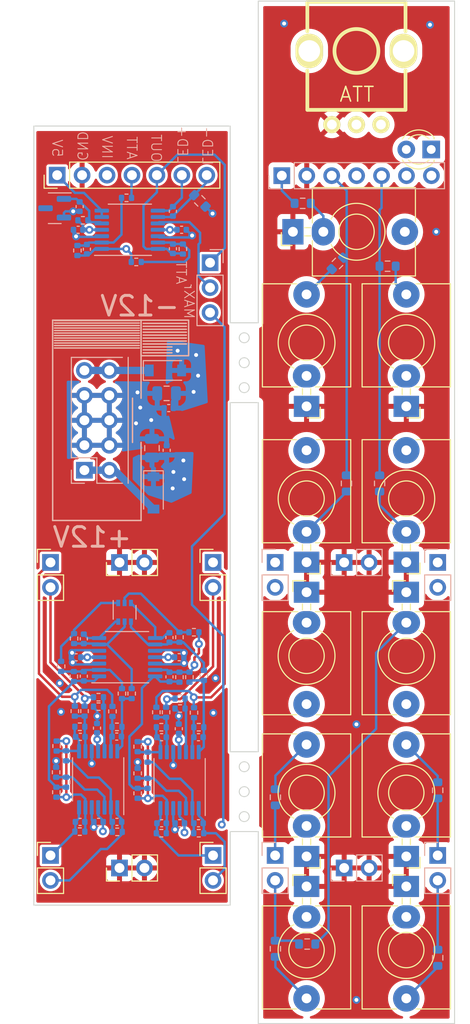
<source format=kicad_pcb>
(kicad_pcb (version 20211014) (generator pcbnew)
  (layers (0 "F.Cu" signal) (1 "In1.Cu" signal) (2 "In2.Cu" signal) (31 "B.Cu" signal) (34 "B.Paste" user) (35 "F.Paste" user) (36 "B.SilkS" user "B.Silkscreen") (37 "F.SilkS" user "F.Silkscreen") (38 "B.Mask" user) (39 "F.Mask" user) (44 "Edge.Cuts" user))
  (net 0 "")
  (net 1 "Net-(C3001-Pad1)")
  (net 2 "Net-(C3001-Pad2)")
  (net 3 "Net-(C3002-Pad1)")
  (net 4 "Net-(C3003-Pad1)")
  (net 5 "Net-(C3003-Pad2)")
  (net 6 "Net-(C3004-Pad1)")
  (net 7 "Net-(C3005-Pad1)")
  (net 8 "Net-(C3005-Pad2)")
  (net 9 "Net-(C3006-Pad1)")
  (net 10 "Net-(C3006-Pad2)")
  (net 11 "+12V")
  (net 12 "GNDREF")
  (net 13 "-12V")
  (net 14 "Net-(D3001-Pad2)")
  (net 15 "Net-(D3002-Pad2)")
  (net 16 "Net-(D3003-Pad1)")
  (net 17 "Net-(J3002-PadT)")
  (net 19 "Net-(J3003-PadT)")
  (net 22 "Net-(R3018-Pad1)")
  (net 23 "Net-(R3019-Pad2)")
  (net 24 "Net-(C3013-Pad2)")
  (net 27 "/OUT1leftPCB")
  (net 28 "/OUT2leftPCB")
  (net 29 "/IN1leftPanel")
  (net 30 "/IN2leftPanel")
  (net 31 "/IN1leftPCB")
  (net 32 "/IN2leftPCB")
  (net 33 "/OUT1leftPanel")
  (net 34 "/OUT2leftPanel")
  (net 35 "Net-(J3006-PadT)")
  (net 36 "Net-(J3007-PadT)")
  (net 37 "Net-(J3008-PadT)")
  (net 38 "Net-(J3018-Pad4)")
  (net 39 "Net-(C3016-Pad1)")
  (net 40 "Net-(C3016-Pad2)")
  (net 41 "Net-(C3017-Pad1)")
  (net 42 "/OUT1rightPCB")
  (net 43 "Net-(C3018-Pad1)")
  (net 44 "Net-(C3018-Pad2)")
  (net 45 "Net-(C3019-Pad1)")
  (net 46 "/OUT2rightPCB")
  (net 47 "Net-(C3020-Pad1)")
  (net 48 "Net-(C3020-Pad2)")
  (net 49 "Net-(D3001-Pad1)")
  (net 50 "/IN1rightPanel")
  (net 51 "Net-(J3020-PadT)")
  (net 53 "/IN2rightPanel")
  (net 54 "/IN1rightPCB")
  (net 55 "/IN2rightPCB")
  (net 56 "/OUT1rightPanel")
  (net 57 "/OUT2rightPanel")
  (net 58 "Net-(J3025-PadT)")
  (net 60 "Net-(R3041-Pad1)")
  (net 61 "Net-(R3042-Pad2)")
  (net 62 "Net-(C3021-Pad1)")
  (net 63 "Net-(C3021-Pad2)")
  (net 64 "Net-(J3006-PadTN)")
  (net 65 "/5V")
  (net 66 "/LED_K_RIGHT")
  (net 67 "/LED_A_RIGHT")
  (net 68 "/INV")
  (net 69 "/ATT_IN")
  (net 70 "/OUT")
  (net 71 "Net-(J3018-Pad3)")
  (net 72 "Net-(D3004-Pad1)")
  (net 73 "Net-(D3004-Pad2)")
  (net 74 "Net-(J3018-Pad1)")
  (net 75 "Net-(J3018-Pad5)")
  (net 76 "Net-(C3028-Pad1)")
  (net 77 "Net-(C3027-Pad1)")
  (net 78 "Net-(J3026-PadTN)")
  (net 79 "Net-(J3001-PadTN)")
  (net 80 "Net-(J3019-PadTN)")
  (net 81 "Net-(J3027-Pad2)")
  (footprint "__mysynthparts:Jack_3.5mm_QingPu_WQP-PJ398SM_Vertical_CircularHolesSMALL" (layer "F.Cu") (at 95.25 69.095)
    (fp_text reference "J3026" hide)
    (fp_text value "IN2")
  )
  (footprint "__mysynthparts:Jack_3.5mm_QingPu_WQP-PJ398SM_Vertical_CircularHolesSMALL" (layer "F.Cu") (at 95.25 50.165 180)
    (fp_text reference "J3007" hide)
    (fp_text value "OUT")
  )
  (footprint "__mysynthparts:Jack_3.5mm_QingPu_WQP-PJ398SM_Vertical_CircularHolesSMALL" (layer "F.Cu") (at 83.7 32.385 90)
    (fp_text reference "J3006" hide)
    (fp_text value "IN")
  )
  (footprint "Connector_PinHeader_2.54mm:PinHeader_1x07_P2.54mm_Vertical" (layer "F.Cu") (at 59.685 26.62 90)
    (fp_text reference "J3017" hide)
    (fp_text value "AttPCVB")
  )
  (footprint "__mysynthparts:Jack_3.5mm_QingPu_WQP-PJ398SM_Vertical_CircularHolesSMALL" (layer "F.Cu") (at 95.25 96.005 180)
    (fp_text reference "J3020" hide)
    (fp_text value "MAX")
  )
  (footprint "Connector_PinHeader_2.54mm:PinHeader_1x02_P2.54mm_Vertical" (layer "F.Cu") (at 75.565 66.06)
    (fp_text reference "J3022" hide)
    (fp_text value "INright")
  )
  (footprint "Connector_PinHeader_2.54mm:PinHeader_1x02_P2.54mm_Vertical" (layer "F.Cu") (at 59.005 66.06)
    (fp_text reference "J3009" hide)
    (fp_text value "INleft")
  )
  (footprint "LED_THT:LED_D3.0mm" (layer "F.Cu") (at 97.79 24.003 180)
    (fp_text reference "D3004" hide)
    (fp_text value "RIGHT")
  )
  (footprint "__mysynthparts:Jack_3.5mm_QingPu_WQP-PJ398SM_Vertical_CircularHolesSMALL" (layer "F.Cu") (at 95.25 99.06)
    (fp_text reference "J3025" hide)
    (fp_text value "MIN")
  )
  (footprint "Connector_PinHeader_2.54mm:PinHeader_1x02_P2.54mm_Vertical" (layer "F.Cu") (at 66.035 97.18 90)
    (fp_text reference "J3016" hide)
    (fp_text value "GND2PCB")
  )
  (footprint "__mysynthparts:Jack_3.5mm_QingPu_WQP-PJ398SM_Vertical_CircularHolesSMALL" (layer "F.Cu") (at 85.09 50.165 180)
    (fp_text reference "J3008" hide)
    (fp_text value "INV")
  )
  (footprint "__mysynthparts:Jack_3.5mm_QingPu_WQP-PJ398SM_Vertical_CircularHolesSMALL" (layer "F.Cu") (at 85.09 66.04 180)
    (fp_text reference "J3001" hide)
    (fp_text value "IN1")
  )
  (footprint "Connector_PinHeader_2.54mm:PinHeader_1x02_P2.54mm_Vertical" (layer "F.Cu") (at 75.565 95.905)
    (fp_text reference "J3024" hide)
    (fp_text value "OUTright")
  )
  (footprint "__mysynthparts:Jack_3.5mm_QingPu_WQP-PJ398SM_Vertical_CircularHolesSMALL" (layer "F.Cu") (at 85.09 99.06)
    (fp_text reference "J3003" hide)
    (fp_text value "MIN")
  )
  (footprint "__mysynthparts:Jack_3.5mm_QingPu_WQP-PJ398SM_Vertical_CircularHolesSMALL" (layer "F.Cu") (at 85.09 96.005 180)
    (fp_text reference "J3002" hide)
    (fp_text value "MAX")
  )
  (footprint "__mysynthparts:Jack_3.5mm_QingPu_WQP-PJ398SM_Vertical_CircularHolesSMALL" (layer "F.Cu") (at 95.25 66.04 180)
    (fp_text reference "J3019" hide)
    (fp_text value "IN1")
  )
  (footprint "__mysynthparts:RD901F-ALPHA-POT" (layer "F.Cu") (at 90.17 13.97)
    (fp_text reference "RV3001" hide)
    (fp_text value "ATT")
  )
  (footprint "Connector_PinHeader_2.54mm:PinHeader_1x02_P2.54mm_Vertical" (layer "F.Cu") (at 66.035 66.065 90)
    (fp_text reference "J3013" hide)
    (fp_text value "GND1PCB")
  )
  (footprint "Connector_PinHeader_2.54mm:PinHeader_1x02_P2.54mm_Vertical" (layer "F.Cu") (at 59.005 95.905)
    (fp_text reference "J3011" hide)
    (fp_text value "OUTleft")
  )
  (footprint "__mysynthparts:Jack_3.5mm_QingPu_WQP-PJ398SM_Vertical_CircularHolesSMALL" (layer "F.Cu") (at 85.09 69.095)
    (fp_text reference "J3004" hide)
    (fp_text value "IN2")
  )
  (footprint "Resistor_SMD:R_0402_1005Metric" (layer "B.Cu") (at 68.8998 85.8924 -90)
    (fp_text reference "R3015" hide)
    (fp_text value "50k")
  )
  (footprint "Capacitor_SMD:C_0402_1005Metric" (layer "B.Cu") (at 72.362 32.1818 180)
    (fp_text reference "C3025" hide)
    (fp_text value "100n")
  )
  (footprint "Resistor_SMD:R_0402_1005Metric" (layer "B.Cu") (at 61.3814 77.679585 90)
    (fp_text reference "R3035" hide)
    (fp_text value "100k")
  )
  (footprint "Resistor_SMD:R_0402_1005Metric" (layer "B.Cu") (at 67.8838 89.5734 -90)
    (fp_text reference "R3006" hide)
    (fp_text value "50k")
  )
  (footprint "Resistor_SMD:R_0603_1608Metric" (layer "B.Cu") (at 88.238763 35.611637 -135)
    (fp_text reference "R3022" hide)
    (fp_text value "1k")
  )
  (footprint "Connector_PinSocket_2.54mm:PinSocket_1x02_P2.54mm_Vertical" (layer "B.Cu") (at 98.45 95.905 180)
    (fp_text reference "J3023" hide)
    (fp_text value "OUTright")
  )
  (footprint "Resistor_SMD:R_0402_1005Metric" (layer "B.Cu") (at 61.7474 34.292 90)
    (fp_text reference "R3047" hide)
    (fp_text value "100k")
  )
  (footprint "Capacitor_SMD:C_0805_2012Metric" (layer "B.Cu") (at 70.8304 48.8442)
    (fp_text reference "C3014" hide)
    (fp_text value "10uF")
  )
  (footprint "Connector_PinSocket_2.54mm:PinSocket_1x02_P2.54mm_Vertical" (layer "B.Cu") (at 81.89 95.905 180)
    (fp_text reference "J3012" hide)
    (fp_text value "OUTleft")
  )
  (footprint "Capacitor_SMD:C_0402_1005Metric" (layer "B.Cu") (at 62.3974 77.649585 -90)
    (fp_text reference "C3021" hide)
    (fp_text value "22pF")
  )
  (footprint "Capacitor_SMD:C_0402_1005Metric" (layer "B.Cu") (at 61.6126 75.721785 180)
    (fp_text reference "C3008" hide)
    (fp_text value "100n")
  )
  (footprint "Capacitor_SMD:C_0805_2012Metric" (layer "B.Cu") (at 69.342 54.422 90)
    (fp_text reference "C3012" hide)
    (fp_text value "10uF")
  )
  (footprint "Capacitor_SMD:C_0402_1005Metric" (layer "B.Cu") (at 63.7436 82.937985 -90)
    (fp_text reference "C3023" hide)
    (fp_text value "100n")
  )
  (footprint "Resistor_SMD:R_0402_1005Metric" (layer "B.Cu") (at 65.803 93.501785)
    (fp_text reference "R3036" hide)
    (fp_text value "50k")
  )
  (footprint "Resistor_SMD:R_0402_1005Metric" (layer "B.Cu") (at 72.4916 34.1396 -90)
    (fp_text reference "R3048" hide)
    (fp_text value "50k")
  )
  (footprint "Package_SO:TSSOP-14_4.4x5mm_P0.65mm" (layer "B.Cu") (at 63.8602 88.150085 90)
    (fp_text reference "U3003" hide)
    (fp_text value "TL074")
  )
  (footprint "Resistor_SMD:R_0402_1005Metric" (layer "B.Cu") (at 65.7736 82.808385)
    (fp_text reference "R3033" hide)
    (fp_text value "50k")
  )
  (footprint "Resistor_SMD:R_0402_1005Metric" (layer "B.Cu") (at 67.2742 79.418 -90)
    (fp_text reference "R3039" hide)
    (fp_text value "100k")
  )
  (footprint "Resistor_SMD:R_0402_1005Metric" (layer "B.Cu") (at 59.6034 89.461185 -90)
    (fp_text reference "R3029" hide)
    (fp_text value "50k")
  )
  (footprint "Capacitor_SMD:C_0402_1005Metric" (layer "B.Cu") (at 71.0464 50.3428)
    (fp_text reference "C3015" hide)
    (fp_text value "100n")
  )
  (footprint "Capacitor_SMD:C_0402_1005Metric" (layer "B.Cu") (at 65.7756 92.485785)
    (fp_text reference "C3019" hide)
    (fp_text value "22pF")
  )
  (footprint "Capacitor_SMD:C_0402_1005Metric" (layer "B.Cu") (at 71.1258 73.708585 90)
    (fp_text reference "C3005" hide)
    (fp_text value "22pF")
  )
  (footprint "Resistor_SMD:R_0402_1005Metric" (layer "B.Cu") (at 67.8838 84.8236 90)
    (fp_text reference "R3005" hide)
    (fp_text value "50k")
  )
  (footprint "Resistor_SMD:R_0402_1005Metric" (layer "B.Cu") (at 62.3042 31.2166)
    (fp_text reference "R3052" hide)
    (fp_text value "50k")
  )
  (footprint "Resistor_SMD:R_0402_1005Metric" (layer "B.Cu") (at 61.483 81.206185 90)
    (fp_text reference "R3025" hide)
    (fp_text value "100k")
  )
  (footprint "Resistor_SMD:R_0402_1005Metric" (layer "B.Cu") (at 65.3184 81.233585 90)
    (fp_text reference "R3037" hide)
    (fp_text value "100k")
  )
  (footprint "Resistor_SMD:R_0402_1005Metric" (layer "B.Cu") (at 72.2018 80.9394)
    (fp_text reference "R3020" hide)
    (fp_text value "50k")
  )
  (footprint "Resistor_SMD:R_0603_1608Metric" (layer "B.Cu") (at 85.153 104.9274 180)
    (fp_text reference "R3051" hide)
    (fp_text value "1k")
  )
  (footprint "Package_TO_SOT_SMD:SOT-363_SC-70-6" (layer "B.Cu") (at 66.5538 71.140585 -90)
    (fp_text reference "D3001" hide)
    (fp_text value "BAT54BRW")
  )
  (footprint "Capacitor_SMD:C_0402_1005Metric" (layer "B.Cu") (at 70.3248 92.6234 180)
    (fp_text reference "C3002" hide)
    (fp_text value "22pF")
  )
  (footprint "Connector_PinSocket_2.54mm:PinSocket_1x07_P2.54mm_Vertical" (layer "B.Cu") (at 82.57 26.67 -90)
    (fp_text reference "J3018" hide)
    (fp_text value "AttPanel")
  )
  (footprint "Resistor_SMD:R_0402_1005Metric" (layer "B.Cu") (at 70.7794 81.3204 90)
    (fp_text reference "R3004" hide)
    (fp_text value "100k")
  )
  (footprint "Resistor_SMD:R_0603_1608Metric" (layer "B.Cu") (at 81.915 105.41 90)
    (fp_text reference "R3017" hide)
    (fp_text value "1k")
  )
  (footprint "Resistor_SMD:R_0603_1608Metric" (layer "B.Cu") (at 93.345 35.8902 180)
    (fp_text reference "R3023" hide)
    (fp_text value "1k")
  )
  (footprint "Resistor_SMD:R_0402_1005Metric" (layer "B.Cu") (at 61.993 82.7962 180)
    (fp_text reference "R3024" hide)
    (fp_text value "50k")
  )
  (footprint "Capacitor_SMD:C_0402_1005Metric" (layer "B.Cu") (at 72.0748 82.9994 -90)
    (fp_text reference "C3009" hide)
    (fp_text value "100n")
  )
  (footprint "Resistor_SMD:R_0402_1005Metric" (layer "B.Cu") (at 72.1418 77.746585 90)
    (fp_text reference "R3012" hide)
    (fp_text value "100k")
  )
  (footprint "Resistor_SMD:R_0603_1608Metric" (layer "B.Cu") (at 74.217963 29.234563 -45)
    (fp_text reference "R3046" hide)
    (fp_text value "4k7")
  )
  (footprint "Capacitor_SMD:C_0402_1005Metric" (layer "B.Cu") (at 65.7528 83.798985)
    (fp_text reference "C3018" hide)
    (fp_text value "22pF")
  )
  (footprint "Resistor_SMD:R_0603_1608Metric" (layer "B.Cu") (at 84.6958 29.4894)
    (fp_text reference "R3045" hide)
    (fp_text value "1k")
  )
  (footprint "Resistor_SMD:R_0402_1005Metric" (layer "B.Cu") (at 61.991 93.476385 180)
    (fp_text reference "R3026" hide)
    (fp_text value "50k")
  )
  (footprint "Capacitor_SMD:C_0402_1005Metric" (layer "B.Cu") (at 62.019 92.485785 180)
    (fp_text reference "C3017" hide)
    (fp_text value "22pF")
  )
  (footprint "Diode_SMD:D_SOD-123" (layer "B.Cu") (at 69.4944 58.9788 -90)
    (fp_text reference "D3002" hide)
    (fp_text value "5819W")
  )
  (footprint "Resistor_SMD:R_0402_1005Metric" (layer "B.Cu") (at 60.594 88.445185 90)
    (fp_text reference "R3042" hide)
    (fp_text value "50k")
  )
  (footprint "Resistor_SMD:R_0402_1005Metric" (layer "B.Cu") (at 67.7418 35.4584)
    (fp_text reference "R3050" hide)
    (fp_text value "50k")
  )
  (footprint "Package_SO:TSSOP-14_4.4x5mm_P0.65mm" (layer "B.Cu") (at 72.1568 88.2369 90)
    (fp_text reference "U3001" hide)
    (fp_text value "TL074")
  )
  (footprint "Package_SO:TSSOP-14_4.4x5mm_P0.65mm" (layer "B.Cu") (at 66.8078 75.712585)
    (fp_text reference "U3002" hide)
    (fp_text value "TL074")
  )
  (footprint "Connector_PinHeader_2.54mm:PinHeader_1x03_P2.54mm_Vertical" (layer "B.Cu") (at 75.2602 35.5346 180)
    (fp_text reference "J3027" hide)
    (fp_text value "LED OUT MAX right")
  )
  (footprint "Capacitor_SMD:C_0402_1005Metric" (layer "B.Cu") (at 74.0788 92.6234)
    (fp_text reference "C3004" hide)
    (fp_text value "22pF")
  )
  (footprint "Resistor_SMD:R_0402_1005Metric" (layer "B.Cu") (at 73.615585 73.17117)
    (fp_text reference "R3011" hide)
    (fp_text value "50k")
  )
  (footprint "Resistor_SMD:R_0402_1005Metric" (layer "B.Cu") (at 60.086 76.6494 -90)
    (fp_text reference "R3034" hide)
    (fp_text value "50k")
  )
  (footprint "Capacitor_SMD:C_0402_1005Metric" (layer "B.Cu") (at 61.8262 32.1818 180)
    (fp_text reference "C3024" hide)
    (fp_text value "100n")
  )
  (footprint "Capacitor_SMD:C_0402_1005Metric" (layer "B.Cu") (at 72.1138 75.712585 180)
    (fp_text reference "C3010" hide)
    (fp_text value "100n")
  )
  (footprint "Connector_PinSocket_2.54mm:PinSocket_1x02_P2.54mm_Vertical" (layer "B.Cu") (at 88.92 97.18 -90)
    (fp_text reference "J3015" hide)
    (fp_text value "GND2PANEL")
  )
  (footprint "Capacitor_SMD:C_0402_1005Metric" (layer "B.Cu") (at 74.0788 83.8604)
    (fp_text reference "C3003" hide)
    (fp_text value "22pF")
  )
  (footprint "Resistor_SMD:R_0402_1005Metric" (layer "B.Cu") (at 70.2948 93.6394 180)
    (fp_text reference "R3003" hide)
    (fp_text value "50k")
  )
  (footprint "Connector_PinSocket_2.54mm:PinSocket_1x02_P2.54mm_Vertical" (layer "B.Cu") (at 81.89 66.06 180)
    (fp_text reference "J3010" hide)
    (fp_text value "INleft")
  )
  (footprint "Package_TO_SOT_SMD:SOT-23" (layer "B.Cu") (at 59.4383 29.9872 180)
    (fp_text reference "U3005" hide)
    (fp_text value "LM4040DBZ-5")
  )
  (footprint "Capacitor_SMD:C_0402_1005Metric" (layer "B.Cu") (at 72.1738 92.6234 180)
    (fp_text reference "C3007" hide)
    (fp_text value "100n")
  )
  (footprint "Resistor_SMD:R_0402_1005Metric" (layer "B.Cu") (at 70.2948 82.8444 180)
    (fp_text reference "R3001" hide)
    (fp_text value "50k")
  )
  (footprint "Capacitor_SMD:C_0402_1005Metric" (layer "B.Cu") (at 61.976 29.8196 90)
    (fp_text reference "C3013" hide)
    (fp_text value "100n")
  )
  (footprint "Resistor_SMD:R_0603_1608Metric" (layer "B.Cu") (at 89.154 58.0136 90)
    (fp_text reference "R3053" hide)
    (fp_text value "1k")
  )
  (footprint "Connector_PinSocket_2.54mm:PinSocket_1x02_P2.54mm_Vertical" (layer "B.Cu") (at 88.92 66.065 -90)
    (fp_text reference "J3014" hide)
    (fp_text value "GND1PANEL")
  )
  (footprint "Resistor_SMD:R_0402_1005Metric" (layer "B.Cu") (at 62.4736 81.206185 90)
    (fp_text reference "R3027" hide)
    (fp_text value "100k")
  )
  (footprint "Resistor_SMD:R_0402_1005Metric" (layer "B.Cu") (at 66.7492 28.9306)
    (fp_text reference "R3049" hide)
    (fp_text value "100k")
  )
  (footprint "Resistor_SMD:R_0402_1005Metric" (layer "B.Cu") (at 59.578 87.429185 -90)
    (fp_text reference "R3044" hide)
    (fp_text value "50k")
  )
  (footprint "Resistor_SMD:R_0402_1005Metric" (layer "B.Cu") (at 73.6242 81.362585 90)
    (fp_text reference "R3014" hide)
    (fp_text value "100k")
  )
  (footprint "Capacitor_SMD:C_0402_1005Metric" (layer "B.Cu") (at 62.7126 34.1604 -90)
    (fp_text reference "C3027" hide)
    (fp_text value "22pF")
  )
  (footprint "Resistor_SMD:R_0603_1608Metric" (layer "B.Cu") (at 92.5322 58.0136 90)
    (fp_text reference "R3054" hide)
    (fp_text value "1k")
  )
  (footprint "Capacitor_SMD:C_0402_1005Metric" (layer "B.Cu") (at 71.4756 30.3048 90)
    (fp_text reference "C3026" hide)
    (fp_text value "22pF")
  )
  (footprint "Capacitor_SMD:C_0402_1005Metric" (layer "B.Cu") (at 71.4756 34.1096 -90)
    (fp_text reference "C3028" hide)
    (fp_text value "22pF")
  )
  (footprint "Resistor_SMD:R_0402_1005Metric" (layer "B.Cu") (at 72.1418 73.678585 -90)
    (fp_text reference "R3009" hide)
    (fp_text value "100k")
  )
  (footprint "Resistor_SMD:R_0402_1005Metric" (layer "B.Cu") (at 74.1088 82.8444)
    (fp_text reference "R3010" hide)
    (fp_text value "50k")
  )
  (footprint "Resistor_SMD:R_0603_1608Metric" (layer "B.Cu") (at 98.4504 89.2688 -90)
    (fp_text reference "R3030" hide)
    (fp_text value "1k")
  )
  (footprint "Resistor_SMD:R_0603_1608Metric" (layer "B.Cu") (at 81.915 89.98 -90)
    (fp_text reference "R3007" hide)
    (fp_text value "1k")
  )
  (footprint "Resistor_SMD:R_0603_1608Metric" (layer "B.Cu") (at 98.4504 106.3244 90)
    (fp_text reference "R3040" hide)
    (fp_text value "1k")
  )
  (footprint "Capacitor_SMD:C_0402_1005Metric" (layer "B.Cu") (at 63.896 92.485785 180)
    (fp_text reference "C3022" hide)
    (fp_text value "100n")
  )
  (footprint "Resistor_SMD:R_0402_1005Metric" (layer "B.Cu") (at 74.1068 93.6394)
    (fp_text reference "R3013" hide)
    (fp_text value "50k")
  )
  (footprint "__mysynthparts:eurorac_power-v2" (layer "B.Cu") (at 62.4586 56.6674)
    (fp_text reference "J3005" hide)
    (fp_text value "PWR")
  )
  (footprint "Capacitor_SMD:C_0402_1005Metric" (layer "B.Cu") (at 70.3248 83.8604 180)
    (fp_text reference "C3001" hide)
    (fp_text value "22pF")
  )
  (footprint "Resistor_SMD:R_0402_1005Metric" (layer "B.Cu") (at 68.8998 88.5614 90)
    (fp_text reference "R3019" hide)
    (fp_text value "50k")
  )
  (footprint "Resistor_SMD:R_0402_1005Metric" (layer "B.Cu") (at 74.629585 77.56737 -90)
    (fp_text reference "R3016" hide)
    (fp_text value "100k")
  )
  (footprint "Capacitor_SMD:C_0402_1005Metric" (layer "B.Cu") (at 62.3974 73.844785 90)
    (fp_text reference "C3020" hide)
    (fp_text value "22pF")
  )
  (footprint "Resistor_SMD:R_0402_1005Metric" (layer "B.Cu") (at 73.1578 77.746585 -90)
    (fp_text reference "R3008" hide)
    (fp_text value "100k")
  )
  (footprint "Resistor_SMD:R_0402_1005Metric" (layer "B.Cu") (at 67.8838 87.5414 -90)
    (fp_text reference "R3021" hide)
    (fp_text value "50k")
  )
  (footprint "Resistor_SMD:R_0402_1005Metric" (layer "B.Cu") (at 69.7888 81.3184 90)
    (fp_text reference "R3002" hide)
    (fp_text value "100k")
  )
  (footprint "Resistor_SMD:R_0402_1005Metric" (layer "B.Cu") (at 59.6288 84.762185 90)
    (fp_text reference "R3028" hide)
    (fp_text value "50k")
  )
  (footprint "Resistor_SMD:R_0402_1005Metric" (layer "B.Cu") (at 60.594 85.756785 -90)
    (fp_text reference "R3038" hide)
    (fp_text value "50k")
  )
  (footprint "Connector_PinSocket_2.54mm:PinSocket_1x02_P2.54mm_Vertical" (layer "B.Cu") (at 98.45 66.06 180)
    (fp_text reference "J3021" hide)
    (fp_text value "INright")
  )
  (footprint "Resistor_SMD:R_0402_1005Metric" (layer "B.Cu") (at 63.898 80.750985)
    (fp_text reference "R3043" hide)
    (fp_text value "50k")
  )
  (footprint "Diode_SMD:D_SOD-123" (layer "B.Cu") (at 70.7136 46.5074)
    (fp_text reference "D3003" hide)
    (fp_text value "5819W")
  )
  (footprint "Capacitor_SMD:C_0402_1005Metric" (layer "B.Cu") (at 70.8406 54.638 90)
    (fp_text reference "C3011" hide)
    (fp_text value "100n")
  )
  (footprint "Capacitor_SMD:C_0402_1005Metric" (layer "B.Cu") (at 62.0444 83.824385 180)
    (fp_text reference "C3016" hide)
    (fp_text value "22pF")
  )
  (footprint "Resistor_SMD:R_0402_1005Metric" (layer "B.Cu") (at 61.4068 73.814785 -90)
    (fp_text reference "R3032" hide)
    (fp_text value "100k")
  )
  (footprint "Capacitor_SMD:C_0402_1005Metric" (layer "B.Cu") (at 71.1258 77.716585 -90)
    (fp_text reference "C3006" hide)
    (fp_text value "22pF")
  )
  (footprint "Resistor_SMD:R_0402_1005Metric" (layer "B.Cu") (at 72.2018 79.9234 180)
    (fp_text reference "R3018" hide)
    (fp_text value "100k")
  )
  (footprint "Resistor_SMD:R_0402_1005Metric" (layer "B.Cu") (at 66.2836 79.42 -90)
    (fp_text reference "R3031" hide)
    (fp_text value "100k")
  )
  (footprint "Package_SO:TSSOP-14_4.4x5mm_P0.65mm" (layer "B.Cu") (at 67.0891 32.1818)
    (fp_text reference "U3004" hide)
    (fp_text value "TL074")
  )
  (footprint "Resistor_SMD:R_0402_1005Metric" (layer "B.Cu") (at 63.894 79.785785 180)
    (fp_text reference "R3041" hide)
    (fp_text value "100k")
  )
  (gr_line (start 68.453 44.713) (end 71.374 44.713) (layer "B.SilkS") (width 0.15))
  (gr_line (start 68.453 42.613) (end 72.8472 42.613) (layer "B.SilkS") (width 0.15))
  (gr_line (start 68.453 42.913) (end 72.8472 42.913) (layer "B.SilkS") (width 0.15))
  (gr_line (start 68.453 41.713) (end 72.8472 41.713) (layer "B.SilkS") (width 0.15))
  (gr_line (start 68.453 43.813) (end 72.8472 43.813) (layer "B.SilkS") (width 0.15))
  (gr_line (start 68.453 42.013) (end 72.8472 42.013) (layer "B.SilkS") (width 0.15))
  (gr_line (start 68.453 44.113) (end 71.374 44.113) (layer "B.SilkS") (width 0.15))
  (gr_line (start 68.453 44.413) (end 71.374 44.413) (layer "B.SilkS") (width 0.15))
  (gr_rect (start 68.2311 41.3874) (end 73.0758 45.0088) (layer "B.SilkS") (width 0.15) (fill none))
  (gr_line (start 68.453 43.513) (end 72.8472 43.513) (layer "B.SilkS") (width 0.15))
  (gr_line (start 68.453 43.213) (end 72.8472 43.213) (layer "B.SilkS") (width 0.15))
  (gr_line (start 68.453 42.313) (end 72.8472 42.313) (layer "B.SilkS") (width 0.15))
  (gr_circle (center 78.74 48.26) (end 78.74 48.768) (layer "Edge.Cuts") (width 0.1) (fill none))
  (gr_line (start 77.31 100.965) (end 57.31 100.965) (layer "Edge.Cuts") (width 0.1))
  (gr_line (start 100.17 113.03) (end 100.17 8.89) (layer "Edge.Cuts") (width 0.1))
  (gr_line (start 100.17 8.89) (end 80.17 8.89) (layer "Edge.Cuts") (width 0.1))
  (gr_line (start 77.31 93.472) (end 80.17 93.472) (layer "Edge.Cuts") (width 0.1))
  (gr_circle (center 78.74 43.18) (end 78.74 43.688) (layer "Edge.Cuts") (width 0.1) (fill none))
  (gr_line (start 80.17 41.656) (end 77.31 41.656) (layer "Edge.Cuts") (width 0.1))
  (gr_circle (center 78.74 45.72) (end 78.74 46.228) (layer "Edge.Cuts") (width 0.1) (fill none))
  (gr_line (start 77.31 49.784) (end 77.31 85.344) (layer "Edge.Cuts") (width 0.1))
  (gr_line (start 80.17 113.03) (end 100.17 113.03) (layer "Edge.Cuts") (width 0.1))
  (gr_line (start 77.31 49.784) (end 80.17 49.784) (layer "Edge.Cuts") (width 0.1))
  (gr_circle (center 78.74 86.868) (end 78.74 87.376) (layer "Edge.Cuts") (width 0.1) (fill none))
  (gr_line (start 80.17 93.472) (end 80.17 113.03) (layer "Edge.Cuts") (width 0.1))
  (gr_circle (center 78.74 91.948) (end 78.74 92.456) (layer "Edge.Cuts") (width 0.1) (fill none))
  (gr_line (start 80.17 8.89) (end 80.17 41.656) (layer "Edge.Cuts") (width 0.1))
  (gr_circle (center 78.74 89.408) (end 78.74 89.916) (layer "Edge.Cuts") (width 0.1) (fill none))
  (gr_line (start 77.31 41.656) (end 77.31 21.6154) (layer "Edge.Cuts") (width 0.1))
  (gr_line (start 57.31 100.965) (end 57.31 21.6154) (layer "Edge.Cuts") (width 0.1))
  (gr_line (start 80.17 85.344) (end 77.31 85.344) (layer "Edge.Cuts") (width 0.1))
  (gr_line (start 80.17 49.784) (end 80.17 85.344) (layer "Edge.Cuts") (width 0.1))
  (gr_line (start 77.31 93.472) (end 77.31 100.965) (layer "Edge.Cuts") (width 0.1))
  (gr_line (start 57.31 21.6154) (end 77.31 21.6154) (layer "Edge.Cuts") (width 0.1))
  (gr_text "OUT" (at 69.7738 23.876 -90) (layer "B.SilkS") (effects (font (size 1 1) (thickness 0.1)) (justify mirror)))
  (gr_text "LED+" (at 72.4408 23.5458 -90) (layer "B.SilkS") (effects (font (size 1 1) (thickness 0.1)) (justify mirror)))
  (gr_text "MAXr" (at 73.1266 39.4716 -90) (layer "B.SilkS") (effects (font (size 1 1) (thickness 0.1)) (justify mirror)))
  (gr_text "LED-" (at 74.9808 23.622 -90) (layer "B.SilkS") (effects (font (size 1 1) (thickness 0.1)) (justify mirror)))
  (gr_text "INV" (at 64.77 23.7744 -90) (layer "B.SilkS") (effects (font (size 1 1) (thickness 0.1)) (justify mirror)))
  (gr_text "GND" (at 62.2554 23.6474 -90) (layer "B.SilkS") (effects (font (size 1 1) (thickness 0.1)) (justify mirror)))
  (gr_text "ATT" (at 72.3138 36.5506 -90) (layer "B.SilkS") (effects (font (size 1 1) (thickness 0.1)) (justify mirror)))
  (gr_text "ATT" (at 67.2846 23.8506 -90) (layer "B.SilkS") (effects (font (size 1 1) (thickness 0.1)) (justify mirror)))
  (gr_text "5V" (at 59.69 23.876 -90) (layer "B.SilkS") (effects (font (size 1 1) (thickness 0.1)) (justify mirror)))
  (segment (start 70.8028 81.8284) (end 70.8048 81.8304) (width 0.25) (layer "B.Cu") (net 1))
  (segment (start 69.7888 81.8284) (end 70.8028 81.8284) (width 0.25) (layer "B.Cu") (net 1))
  (segment (start 70.8568 83.9124) (end 70.8048 83.8604) (width 0.25) (layer "B.Cu") (net 1))
  (segment (start 70.8048 83.8604) (end 70.8048 81.8304) (width 0.25) (layer "B.Cu") (net 1))
  (segment (start 70.8568 85.3744) (end 70.8568 83.9124) (width 0.25) (layer "B.Cu") (net 1))
  (segment (start 68.0128 85.3844) (end 70.1968 85.3844) (width 0.25) (layer "B.Cu") (net 2))
  (segment (start 70.1968 85.3844) (end 70.2068 85.3744) (width 0.25) (layer "B.Cu") (net 2))
  (segment (start 69.7848 82.8444) (end 69.7848 83.8004) (width 0.25) (layer "B.Cu") (net 2))
  (segment (start 70.2068 85.3744) (end 70.2068 84.2224) (width 0.25) (layer "B.Cu") (net 2))
  (segment (start 69.7848 83.8004) (end 69.8448 83.8604) (width 0.25) (layer "B.Cu") (net 2))
  (segment (start 70.2068 84.2224) (end 69.8448 83.8604) (width 0.25) (layer "B.Cu") (net 2))
  (segment (start 68.9212 90.0794) (end 68.9252 90.0834) (width 0.25) (layer "F.Cu") (net 3))
  (segment (start 68.9212 84.3136) (end 68.9212 90.0794) (width 0.25) (layer "F.Cu") (net 3))
  (via (at 68.9212 84.3136) (size 0.8) (drill 0.4) (layers "F.Cu" "B.Cu") (net 3))
  (via (at 68.9252 90.0834) (size 0.8) (drill 0.4) (layers "F.Cu" "B.Cu") (net 3))
  (segment (start 69.69676 89.8294) (end 70.4238 89.8294) (width 0.25) (layer "B.Cu") (net 3))
  (segment (start 70.4238 89.8294) (end 70.8568 90.2624) (width 0.25) (layer "B.Cu") (net 3))
  (segment (start 70.8568 93.5874) (end 70.8048 93.6394) (width 0.25) (layer "B.Cu") (net 3))
  (segment (start 67.8838 84.3136) (end 68.9212 84.3136) (width 0.25) (layer "B.Cu") (net 3))
  (segment (start 67.8838 90.0834) (end 68.9252 90.0834) (width 0.25) (layer "B.Cu") (net 3))
  (segment (start 69.44276 90.0834) (end 69.69676 89.8294) (width 0.25) (layer "B.Cu") (net 3))
  (segment (start 70.8568 91.0994) (end 70.8568 93.5874) (width 0.25) (layer "B.Cu") (net 3))
  (segment (start 68.9252 90.0834) (end 69.44276 90.0834) (width 0.25) (layer "B.Cu") (net 3))
  (segment (start 70.8568 90.2624) (end 70.8568 91.0994) (width 0.25) (layer "B.Cu") (net 3))
  (segment (start 73.5988 81.8284) (end 73.5988 83.8604) (width 0.25) (layer "B.Cu") (net 4))
  (segment (start 73.4568 84.0024) (end 73.4568 85.3744) (width 0.25) (layer "B.Cu") (net 4))
  (segment (start 73.5988 83.8604) (end 73.4568 84.0024) (width 0.25) (layer "B.Cu") (net 4))
  (segment (start 74.6188 78.088155) (end 74.629585 78.07737) (width 0.25) (layer "B.Cu") (net 5))
  (segment (start 73.337015 78.07737) (end 73.1578 78.256585) (width 0.25) (layer "B.Cu") (net 5))
  (segment (start 74.6188 82.8444) (end 74.6188 78.088155) (width 0.25) (layer "B.Cu") (net 5))
  (segment (start 74.629585 78.07737) (end 73.337015 78.07737) (width 0.25) (layer "B.Cu") (net 5))
  (segment (start 74.6188 82.8444) (end 74.6188 84.8624) (width 0.25) (layer "B.Cu") (net 5))
  (segment (start 74.6188 84.8624) (end 74.1068 85.3744) (width 0.25) (layer "B.Cu") (net 5))
  (segment (start 71.14123 88.09597) (end 69.447661 86.4024) (width 0.25) (layer "B.Cu") (net 6))
  (segment (start 69.447661 86.4024) (end 68.8998 86.4024) (width 0.25) (layer "B.Cu") (net 6))
  (segment (start 73.5988 92.6234) (end 73.5988 93.6374) (width 0.25) (layer "B.Cu") (net 6))
  (segment (start 73.4568 89.3064) (end 72.24637 88.09597) (width 0.25) (layer "B.Cu") (net 6))
  (segment (start 73.4568 91.0994) (end 73.4568 92.4814) (width 0.25) (layer "B.Cu") (net 6))
  (segment (start 72.24637 88.09597) (end 71.14123 88.09597) (width 0.25) (layer "B.Cu") (net 6))
  (segment (start 73.4568 91.0994) (end 73.4568 89.3064) (width 0.25) (layer "B.Cu") (net 6))
  (segment (start 70.9018 74.412585) (end 71.1258 74.188585) (width 0.25) (layer "B.Cu") (net 7))
  (segment (start 72.531414 74.188585) (end 74.629585 76.286756) (width 0.25) (layer "B.Cu") (net 7))
  (segment (start 67.2038 72.090585) (end 67.2038 72.665585) (width 0.25) (layer "B.Cu") (net 7))
  (segment (start 72.1418 74.188585) (end 72.531414 74.188585) (width 0.25) (layer "B.Cu") (net 7))
  (segment (start 68.9508 74.412585) (end 69.6703 74.412585) (width 0.25) (layer "B.Cu") (net 7))
  (segment (start 71.1258 74.188585) (end 72.1418 74.188585) (width 0.25) (layer "B.Cu") (net 7))
  (segment (start 67.2038 72.665585) (end 68.9508 74.412585) (width 0.25) (layer "B.Cu") (net 7))
  (segment (start 68.982439 74.412585) (end 69.6703 74.412585) (width 0.25) (layer "B.Cu") (net 7))
  (segment (start 69.6703 74.412585) (end 70.9018 74.412585) (width 0.25) (layer "B.Cu") (net 7))
  (segment (start 74.629585 76.286756) (end 74.629585 77.05737) (width 0.25) (layer "B.Cu") (net 7))
  (segment (start 69.6703 73.762585) (end 70.4088 73.762585) (width 0.25) (layer "B.Cu") (net 8))
  (segment (start 70.9428 73.228585) (end 71.1258 73.228585) (width 0.25) (layer "B.Cu") (net 8))
  (segment (start 70.4088 73.762585) (end 70.9428 73.228585) (width 0.25) (layer "B.Cu") (net 8))
  (segment (start 67.2038 70.190585) (end 69.6703 72.657085) (width 0.25) (layer "B.Cu") (net 8))
  (segment (start 69.6703 72.657085) (end 69.6703 73.762585) (width 0.25) (layer "B.Cu") (net 8))
  (segment (start 74.121585 75.30477) (end 74.121585 74.36497) (width 0.25) (layer "F.Cu") (net 9))
  (segment (start 73.6658 75.760555) (end 74.121585 75.30477) (width 0.25) (layer "F.Cu") (net 9))
  (segment (start 73.6658 76.497155) (end 73.6658 75.760555) (width 0.25) (layer "F.Cu") (net 9))
  (via (at 74.121585 74.36497) (size 0.8) (drill 0.4) (layers "F.Cu" "B.Cu") (net 9))
  (via (at 73.6658 76.497155) (size 0.8) (drill 0.4) (layers "F.Cu" "B.Cu") (net 9))
  (segment (start 73.1578 77.236585) (end 71.1258 77.236585) (width 0.25) (layer "B.Cu") (net 9))
  (segment (start 73.6658 76.728585) (end 73.1578 77.236585) (width 0.25) (layer "B.Cu") (net 9))
  (segment (start 70.9018 77.012585) (end 69.6703 77.012585) (width 0.25) (layer "B.Cu") (net 9))
  (segment (start 74.125585 74.36097) (end 74.121585 74.36497) (width 0.25) (layer "B.Cu") (net 9))
  (segment (start 71.1258 77.236585) (end 70.9018 77.012585) (width 0.25) (layer "B.Cu") (net 9))
  (segment (start 73.6658 76.497155) (end 73.6658 76.728585) (width 0.25) (layer "B.Cu") (net 9))
  (segment (start 74.125585 73.17117) (end 74.125585 74.36097) (width 0.25) (layer "B.Cu") (net 9))
  (segment (start 68.3156 78.8592) (end 69.512215 77.662585) (width 0.25) (layer "B.Cu") (net 10))
  (segment (start 69.6703 77.662585) (end 70.2043 78.196585) (width 0.25) (layer "B.Cu") (net 10))
  (segment (start 67.8838 89.0634) (end 67.4454 89.0634) (width 0.25) (layer "B.Cu") (net 10))
  (segment (start 69.512215 77.662585) (end 69.6703 77.662585) (width 0.25) (layer "B.Cu") (net 10))
  (segment (start 67.0456 88.6636) (end 67.0456 83.7868) (width 0.25) (layer "B.Cu") (net 10))
  (segment (start 67.0456 83.7868) (end 68.3156 82.5168) (width 0.25) (layer "B.Cu") (net 10))
  (segment (start 67.8918 89.0714) (end 67.8838 89.0634) (width 0.25) (layer "B.Cu") (net 10))
  (segment (start 68.3156 82.5168) (end 68.3156 78.8592) (width 0.25) (layer "B.Cu") (net 10))
  (segment (start 71.1258 78.196585) (end 72.0818 78.196585) (width 0.25) (layer "B.Cu") (net 10))
  (segment (start 68.8998 89.0714) (end 67.8918 89.0714) (width 0.25) (layer "B.Cu") (net 10))
  (segment (start 67.4454 89.0634) (end 67.0456 88.6636) (width 0.25) (layer "B.Cu") (net 10))
  (segment (start 70.2043 78.196585) (end 71.1258 78.196585) (width 0.25) (layer "B.Cu") (net 10))
  (segment (start 72.0818 78.196585) (end 72.1418 78.256585) (width 0.25) (layer "B.Cu") (net 10))
  (via (at 64.344 93.444785) (size 0.8) (drill 0.4) (layers "F.Cu" "B.Cu") (net 11))
  (via (at 71.5264 56.8452) (size 0.8) (drill 0.4) (layers "F.Cu" "B.Cu") (net 11))
  (via (at 72.6538 93.5684) (size 0.8) (drill 0.4) (layers "F.Cu" "B.Cu") (net 11))
  (via (at 71.4502 58.5216) (size 0.8) (drill 0.4) (layers "F.Cu" "B.Cu") (net 11))
  (via (at 62.753 75.721785) (size 0.8) (drill 0.4) (layers "F.Cu" "B.Cu") (net 11))
  (via (at 72.5424 55.6768) (size 0.8) (drill 0.4) (layers "F.Cu" "B.Cu") (net 11))
  (via (at 72.6186 57.5818) (size 0.8) (drill 0.4) (layers "F.Cu" "B.Cu") (net 11))
  (via (at 62.9666 32.1818) (size 0.8) (drill 0.4) (layers "F.Cu" "B.Cu") (net 11))
  (segment (start 64.344 92.316785) (end 64.344 92.499785) (width 0.25) (layer "B.Cu") (net 11))
  (segment (start 62.9666 32.1818) (end 64.2266 32.1818) (width 0.25) (layer "B.Cu") (net 11))
  (segment (start 62.753 75.721785) (end 63.9361 75.721785) (width 0.25) (layer "B.Cu") (net 11))
  (segment (start 62.3062 31.7286) (end 61.7942 31.2166) (width 0.25) (layer "B.Cu") (net 11))
  (segment (start 63.847 91.819785) (end 64.344 92.316785) (width 0.25) (layer "B.Cu") (net 11))
  (segment (start 62.3062 32.1818) (end 62.3062 31.7286) (width 0.25) (layer "B.Cu") (net 11))
  (segment (start 63.847 90.975785) (end 63.847 91.819785) (width 0.25) (layer "B.Cu") (net 11))
  (segment (start 72.1568 91.9434) (end 72.6538 92.4404) (width 0.25) (layer "B.Cu") (net 11))
  (segment (start 64.344 92.499785) (end 64.344 93.444785) (width 0.25) (layer "B.Cu") (net 11))
  (segment (start 63.9361 75.721785) (end 63.9453 75.712585) (width 0.25) (layer "B.Cu") (net 11))
  (segment (start 72.6538 92.4404) (end 72.6538 92.6234) (width 0.25) (layer "B.Cu") (net 11))
  (segment (start 72.1568 91.0994) (end 72.1568 91.9434) (width 0.25) (layer "B.Cu") (net 11))
  (segment (start 72.6538 92.6234) (end 72.6538 93.5684) (width 0.25) (layer "B.Cu") (net 11))
  (segment (start 62.0926 75.721785) (end 62.753 75.721785) (width 0.25) (layer "B.Cu") (net 11))
  (segment (start 62.3062 32.1818) (end 62.9666 32.1818) (width 0.25) (layer "B.Cu") (net 11))
  (via (at 72.0748 81.7014) (size 0.8) (drill 0.4) (layers "F.Cu" "B.Cu") (net 12))
  (via (at 73.4314 32.766) (size 0.8) (drill 0.4) (layers "F.Cu" "B.Cu") (net 12))
  (via (at 63.2102 86.5482) (size 0.8) (drill 0.4) (layers "F.Cu" "B.Cu") (net 12))
  (via (at 60.071 81.28) (size 0.8) (drill 0.4) (layers "F.Cu" "B.Cu") (net 12))
  (via (at 71.6938 93.2584) (size 0.8) (drill 0.4) (layers "F.Cu" "B.Cu") (net 12))
  (via (at 98.298 32.385) (size 0.8) (drill 0.4) (layers "F.Cu" "B.Cu") (net 12))
  (via (at 75.5142 30.5308) (size 0.8) (drill 0.4) (layers "F.Cu" "B.Cu") (net 12))
  (via (at 68.1482 50.292) (size 0.8) (drill 0.4) (layers "F.Cu" "B.Cu") (net 12))
  (via (at 61.3156 30.3022) (size 0.8) (drill 0.4) (layers "F.Cu" "B.Cu") (net 12))
  (via (at 61.2036 75.264585) (size 0.8) (drill 0.4) (layers "F.Cu" "B.Cu") (net 12))
  (via (at 59.574 86.276785) (size 0.8) (drill 0.4) (layers "F.Cu" "B.Cu") (net 12))
  (via (at 72.5938 75.275585) (size 0.8) (drill 0.4) (layers "F.Cu" "B.Cu") (net 12))
  (via (at 90.17 82.55) (size 0.8) (drill 0.4) (layers "F.Cu" "B.Cu") (net 12))
  (via (at 63.416 93.016585) (size 0.8) (drill 0.4) (layers "F.Cu" "B.Cu") (net 12))
  (via (at 97.663 11.303) (size 0.8) (drill 0.4) (layers "F.Cu" "B.Cu") (net 12))
  (via (at 67.8688 48.7426) (size 0.8) (drill 0.4) (layers "F.Cu" "B.Cu") (net 12))
  (via (at 59.944 78.359) (size 0.8) (drill 0.4) (layers "F.Cu" "B.Cu") (net 12))
  (via (at 63.765 81.720185) (size 0.8) (drill 0.4) (layers "F.Cu" "B.Cu") (net 12))
  (via (at 61.607089 32.855511) (size 0.8) (drill 0.4) (layers "F.Cu" "B.Cu") (net 12))
  (via (at 69.2658 51.562) (size 0.8) (drill 0.4) (layers "F.Cu" "B.Cu") (net 12))
  (via (at 75.5904 81.3816) (size 0.8) (drill 0.4) (layers "F.Cu" "B.Cu") (net 12))
  (via (at 67.7164 51.8922) (size 0.8) (drill 0.4) (layers "F.Cu" "B.Cu") (net 12))
  (via (at 90.17 110.617) (size 0.8) (drill 0.4) (layers "F.Cu" "B.Cu") (net 12))
  (via (at 72.612311 76.310096) (size 0.8) (drill 0.4) (layers "F.Cu" "B.Cu") (net 12))
  (via (at 61.2671 76.242485) (size 0.8) (drill 0.4) (layers "F.Cu" "B.Cu") (net 12))
  (via (at 82.804 11.176) (size 0.8) (drill 0.4) (layers "F.Cu" "B.Cu") (net 12))
  (via (at 75.819 77.851) (size 0.8) (drill 0.4) (layers "F.Cu" "B.Cu") (net 12))
  (via (at 67.8838 86.4004) (size 0.8) (drill 0.4) (layers "F.Cu" "B.Cu") (net 12))
  (via (at 71.5068 86.7214) (size 0.8) (drill 0.4) (layers "F.Cu" "B.Cu") (net 12))
  (segment (start 61.2671 76.242485) (end 61.1326 76.107985) (width 0.25) (layer "B.Cu") (net 12))
  (segment (start 71.5068 85.3744) (end 71.5068 86.7214) (width 0.25) (layer "B.Cu") (net 12))
  (segment (start 63.9453 75.062585) (end 63.879989 74.997274) (width 0.25) (layer "B.Cu") (net 12))
  (segment (start 73.4314 32.766) (end 73.24012 32.95728) (width 0.25) (layer "B.Cu") (net 12))
  (segment (start 63.765 81.720185) (end 63.765 81.577785) (width 0.25) (layer "B.Cu") (net 12))
  (segment (start 63.9453 76.362585) (end 63.861589 76.446296) (width 0.25) (layer "B.Cu") (net 12))
  (segment (start 72.5938 75.275585) (end 72.306289 74.988074) (width 0.25) (layer "B.Cu") (net 12))
  (segment (start 71.6938 92.6234) (end 71.6938 93.2584) (width 0.25) (layer "B.Cu") (net 12))
  (segment (start 71.5068 92.4364) (end 71.6938 92.6234) (width 0.25) (layer "B.Cu") (net 12))
  (segment (start 74.801326 29.817926) (end 75.5142 30.5308) (width 0.25) (layer "B.Cu") (net 12))
  (segment (start 67.8838 87.0314) (end 67.8838 86.4004) (width 0.25) (layer "B.Cu") (net 12))
  (segment (start 61.3156 30.3022) (end 60.5282 30.3022) (width 0.25) (layer "B.Cu") (net 12))
  (segment (start 69.744811 76.437096) (end 69.6703 76.362585) (width 0.25) (layer "B.Cu") (net 12))
  (segment (start 72.0748 81.3224) (end 71.6918 80.9394) (width 0.25) (layer "B.Cu") (net 12))
  (segment (start 60.5282 30.3022) (end 60.3758 30.4546) (width 0.25) (layer "B.Cu") (net 12))
  (segment (start 72.8472 32.1818) (end 73.4314 32.766) (width 0.25) (layer "B.Cu") (net 12))
  (segment (start 61.3462 32.594622) (end 61.3462 32.1818) (width 0.25) (layer "B.Cu") (net 12))
  (segment (start 72.5938 75.275585) (end 72.5938 75.712585) (width 0.25) (layer "B.Cu") (net 12))
  (segment (start 71.5068 91.0994) (end 71.5068 92.4364) (width 0.25) (layer "B.Cu") (net 12))
  (segment (start 63.2102 92.279985) (end 63.416 92.485785) (width 0.25) (layer "B.Cu") (net 12))
  (segment (start 72.612311 76.310096) (end 72.485311 76.437096) (width 0.25) (layer "B.Cu") (net 12))
  (segment (start 63.2102 91.012585) (end 63.2102 92.279985) (width 0.25) (layer "B.Cu") (net 12))
  (segment (start 61.1326 76.107985) (end 61.1326 75.721785) (width 0.25) (layer "B.Cu") (net 12))
  (segment (start 63.2102 85.287585) (end 63.2102 86.5482) (width 0.25) (layer "B.Cu") (net 12))
  (segment (start 61.657889 32.906311) (end 61.607089 32.855511) (width 0.25) (layer "B.Cu") (net 12))
  (segment (start 63.879989 74.997274) (end 61.470911 74.997274) (width 0.25) (layer "B.Cu") (net 12))
  (segment (start 61.470911 74.997274) (end 61.2036 75.264585) (width 0.25) (layer "B.Cu") (net 12))
  (segment (start 60.3758 30.4546) (end 60.3758 30.9372) (width 0.25) (layer "B.Cu") (net 12))
  (segment (start 72.842 32.1818) (end 72.8472 32.1818) (width 0.25) (layer "B.Cu") (net 12))
  (segment (start 61.470911 76.446296) (end 61.2671 76.242485) (width 0.25) (layer "B.Cu") (net 12))
  (segment (start 72.485311 76.437096) (end 69.744811 76.437096) (width 0.25) (layer "B.Cu") (net 12))
  (segment (start 73.24012 32.95728) (end 70.07708 32.95728) (width 0.25) (layer "B.Cu") (net 12))
  (segment (start 72.612311 76.310096) (end 72.612311 75.731096) (width 0.25) (layer "B.Cu") (net 12))
  (segment (start 63.416 92.485785) (end 63.416 93.016585) (width 0.25) (layer "B.Cu") (net 12))
  (segment (start 61.607089 32.855511) (end 61.3462 32.594622) (width 0.25) (layer "B.Cu") (net 12))
  (segment (start 63.765 81.198785) (end 63.382 80.815785) (width 0.25) (layer "B.Cu") (net 12))
  (segment (start 72.306289 74.988074) (end 69.744811 74.988074) (width 0.25) (layer "B.Cu") (net 12))
  (segment (start 72.612311 75.731096) (end 72.5938 75.712585) (width 0.25) (layer "B.Cu") (net 12))
  (segment (start 69.744811 74.988074) (end 69.6703 75.062585) (width 0.25) (layer "B.Cu") (net 12))
  (segment (start 63.861589 76.446296) (end 61.470911 76.446296) (width 0.25) (layer "B.Cu") (net 12))
  (segment (start 72.0748 81.7014) (end 72.0748 81.3224) (width 0.25) (layer "B.Cu") (net 12))
  (segment (start 59.574 86.907785) (end 59.574 86.276785) (width 0.25) (layer "B.Cu") (net 12))
  (segment (start 64.152089 32.906311) (end 61.657889 32.906311) (width 0.25) (layer "B.Cu") (net 12))
  (segment (start 72.0748 82.5194) (end 72.0748 81.7014) (width 0.25) (layer "B.Cu") (net 12))
  (segment (start 61.2036 75.264585) (end 61.1326 75.335585) (width 0.25) (layer "B.Cu") (net 12))
  (segment (start 61.3156 30.3022) (end 61.9734 30.3022) (width 0.25) (layer "B.Cu") (net 12))
  (segment (start 61.1326 75.335585) (end 61.1326 75.721785) (width 0.25) (layer "B.Cu") (net 12))
  (segment (start 63.765 82.395785) (end 63.765 81.720185) (width 0.25) (layer "B.Cu") (net 12))
  (segment (start 63.765 81.577785) (end 63.765 81.198785) (width 0.25) (layer "B.Cu") (net 12))
  (segment (start 70.07708 32.95728) (end 69.9516 32.8318) (width 0.25) (layer "B.Cu") (net 12))
  (via (at 74.041 47.0408) (size 0.8) (drill 0.4) (layers "F.Cu" "B.Cu") (net 13))
  (via (at 71.1708 32.1818) (size 0.8) (drill 0.4) (layers "F.Cu" "B.Cu") (net 13))
  (via (at 63.765 84.082385) (size 0.8) (drill 0.4) (layers "F.Cu" "B.Cu") (net 13))
  (via (at 71.9582 44.5008) (size 0.8) (drill 0.4) (layers "F.Cu" "B.Cu") (net 13))
  (via (at 73.5838 48.6918) (size 0.8) (drill 0.4) (layers "F.Cu" "B.Cu") (net 13))
  (via (at 72.0748 84.1144) (size 0.8) (drill 0.4) (layers "F.Cu" "B.Cu") (net 13))
  (via (at 73.8378 44.9326) (size 0.8) (drill 0.4) (layers "F.Cu" "B.Cu") (net 13))
  (via (at 70.9988 75.712585) (size 0.8) (drill 0.4) (layers "F.Cu" "B.Cu") (net 13))
  (segment (start 70.9988 75.712585) (end 69.6703 75.712585) (width 0.25) (layer "B.Cu") (net 13))
  (segment (start 72.0748 84.1144) (end 72.0748 85.2924) (width 0.25) (layer "B.Cu") (net 13))
  (segment (start 69.9516 32.1818) (end 71.1708 32.1818) (width 0.25) (layer "B.Cu") (net 13))
  (segment (start 71.1708 32.1818) (end 71.882 32.1818) (width 0.25) (layer "B.Cu") (net 13))
  (segment (start 63.765 84.082385) (end 63.765 85.168785) (width 0.25) (layer "B.Cu") (net 13))
  (segment (start 63.765 83.482785) (end 63.765 83.990785) (width 0.25) (layer "B.Cu") (net 13))
  (segment (start 72.0748 83.6064) (end 72.0748 84.1144) (width 0.25) (layer "B.Cu") (net 13))
  (segment (start 71.6338 75.712585) (end 70.9988 75.712585) (width 0.25) (layer "B.Cu") (net 13))
  (segment (start 63.765 83.990785) (end 63.765 84.082385) (width 0.25) (layer "B.Cu") (net 13))
  (segment (start 73.105585 73.17117) (end 72.144385 73.17117) (width 0.25) (layer "B.Cu") (net 14))
  (segment (start 68.2088 69.235585) (end 66.984778 69.235585) (width 0.25) (layer "B.Cu") (net 14))
  (segment (start 68.7783 69.805085) (end 68.2088 69.235585) (width 0.25) (layer "B.Cu") (net 14))
  (segment (start 72.1418 73.168585) (end 68.7783 69.805085) (width 0.25) (layer "B.Cu") (net 14))
  (segment (start 66.984778 69.235585) (end 66.5538 69.666563) (width 0.25) (layer "B.Cu") (net 14))
  (segment (start 72.144385 73.17117) (end 72.1418 73.168585) (width 0.25) (layer "B.Cu") (net 14))
  (segment (start 66.5538 69.666563) (end 66.5538 70.190585) (width 0.25) (layer "B.Cu") (net 14))
  (segment (start 62.4586 56.6674) (end 64.9986 56.6674) (width 0.75) (layer "B.Cu") (net 15))
  (segment (start 64.9986 56.6674) (end 65.533 56.6674) (width 0.75) (layer "B.Cu") (net 15))
  (segment (start 65.533 56.6674) (end 69.4944 60.6288) (width 0.75) (layer "B.Cu") (net 15))
  (segment (start 69.0636 46.5074) (end 62.4586 46.5074) (width 0.75) (layer "B.Cu") (net 16))
  (segment (start 81.915 87.78) (end 85.09 84.605) (width 0.25) (layer "B.Cu") (net 17))
  (segment (start 81.915 89.155) (end 81.915 87.78) (width 0.25) (layer "B.Cu") (net 17))
  (segment (start 81.915 107.285) (end 81.915 106.235) (width 0.25) (layer "B.Cu") (net 19))
  (segment (start 85.09 110.46) (end 81.915 107.285) (width 0.25) (layer "B.Cu") (net 19))
  (segment (start 72.8068 81.0344) (end 72.8068 85.3744) (width 0.25) (layer "B.Cu") (net 22))
  (segment (start 72.7118 79.9234) (end 72.7118 80.9394) (width 0.25) (layer "B.Cu") (net 22))
  (segment (start 72.7118 80.9394) (end 72.8068 81.0344) (width 0.25) (layer "B.Cu") (net 22))
  (segment (start 72.8068 90.0534) (end 72.0748 89.3214) (width 0.25) (layer "B.Cu") (net 23))
  (segment (start 69.5348 88.0514) (end 68.8998 88.0514) (width 0.25) (layer "B.Cu") (net 23))
  (segment (start 67.8838 88.0514) (end 68.8998 88.0514) (width 0.25) (layer "B.Cu") (net 23))
  (segment (start 70.8048 89.3214) (end 69.5348 88.0514) (width 0.25) (layer "B.Cu") (net 23))
  (segment (start 72.0748 89.3214) (end 70.8048 89.3214) (width 0.25) (layer "B.Cu") (net 23))
  (segment (start 72.8068 91.0994) (end 72.8068 90.0534) (width 0.25) (layer "B.Cu") (net 23))
  (segment (start 63.13492 31.40632) (end 64.10112 31.40632) (width 0.25) (layer "B.Cu") (net 24))
  (segment (start 62.9452 30.2554) (end 62.032 29.3422) (width 0.25) (layer "B.Cu") (net 24))
  (segment (start 62.9452 31.2166) (end 62.9452 30.2554) (width 0.25) (layer "B.Cu") (net 24))
  (segment (start 61.6456 29.0372) (end 61.9506 29.3422) (width 0.25) (layer "B.Cu") (net 24))
  (segment (start 60.4774 29.0372) (end 61.6456 29.0372) (width 0.25) (layer "B.Cu") (net 24))
  (segment (start 62.9452 31.2166) (end 63.13492 31.40632) (width 0.25) (layer "B.Cu") (net 24))
  (segment (start 64.10112 31.40632) (end 64.2266 31.5318) (width 0.25) (layer "B.Cu") (net 24))
  (segment (start 61.897 90.975785) (end 61.897 92.137785) (width 0.25) (layer "B.Cu") (net 27))
  (segment (start 61.535 93.455785) (end 61.475 93.515785) (width 0.25) (layer "B.Cu") (net 27))
  (segment (start 59.005 95.905) (end 59.052385 95.905) (width 0.25) (layer "B.Cu") (net 27))
  (segment (start 61.535 92.499785) (end 61.535 93.455785) (width 0.25) (layer "B.Cu") (net 27))
  (segment (start 59.052385 95.905) (end 61.481 93.476385) (width 0.25) (layer "B.Cu") (net 27))
  (segment (start 61.897 92.137785) (end 61.535 92.499785) (width 0.25) (layer "B.Cu") (net 27))
  (segment (start 60.94 98.445) (end 64.135 95.25) (width 0.25) (layer "B.Cu") (net 28))
  (segment (start 65.797 90.975785) (end 65.797 91.737785) (width 0.25) (layer "B.Cu") (net 28))
  (segment (start 65.797 91.737785) (end 66.249 92.189785) (width 0.25) (layer "B.Cu") (net 28))
  (segment (start 66.313 93.707) (end 66.313 93.501785) (width 0.25) (layer "B.Cu") (net 28))
  (segment (start 64.77 95.25) (end 66.313 93.707) (width 0.25) (layer "B.Cu") (net 28))
  (segment (start 64.135 95.25) (end 64.77 95.25) (width 0.25) (layer "B.Cu") (net 28))
  (segment (start 59.005 98.445) (end 60.94 98.445) (width 0.25) (layer "B.Cu") (net 28))
  (segment (start 66.249 92.189785) (end 66.249 92.499785) (width 0.25) (layer "B.Cu") (net 28))
  (segment (start 66.307 93.515785) (end 66.307 92.557785) (width 0.25) (layer "B.Cu") (net 28))
  (segment (start 57.830489 67.234511) (end 59.005 66.06) (width 0.25) (layer "F.Cu") (net 31))
  (segment (start 60.187 79.745) (end 57.830489 77.388489) (width 0.25) (layer "F.Cu") (net 31))
  (segment (start 57.830489 77.388489) (end 57.830489 67.234511) (width 0.25) (layer "F.Cu") (net 31))
  (segment (start 61.479 79.745) (end 60.187 79.745) (width 0.25) (layer "F.Cu") (net 31))
  (via (at 61.479 79.745) (size 0.8) (drill 0.4) (layers "F.Cu" "B.Cu") (net 31))
  (segment (start 64.781 79.037785) (end 65.289 79.545785) (width 0.25) (layer "B.Cu") (net 31))
  (segment (start 61.479 79.745) (end 61.479 79.672785) (width 0.25) (layer "B.Cu") (net 31))
  (segment (start 65.289 79.545785) (end 65.289 80.684785) (width 0.25) (layer "B.Cu") (net 31))
  (segment (start 62.114 79.037785) (end 64.781 79.037785) (width 0.25) (layer "B.Cu") (net 31))
  (segment (start 61.479 79.672785) (end 62.114 79.037785) (width 0.25) (layer "B.Cu") (net 31))
  (segment (start 61.479 80.684785) (end 61.479 79.745) (width 0.25) (layer "B.Cu") (net 31))
  (segment (start 62.495 79.926785) (end 62.495 79.736386) (width 0.25) (layer "F.Cu") (net 32))
  (segment (start 59.005 76.246386) (end 59.005 68.6) (width 0.25) (layer "F.Cu") (net 32))
  (segment (start 62.495 79.736386) (end 59.005 76.246386) (width 0.25) (layer "F.Cu") (net 32))
  (via (at 62.495 79.926785) (size 0.8) (drill 0.4) (layers "F.Cu" "B.Cu") (net 32))
  (segment (start 62.622 79.799785) (end 63.382 79.799785) (width 0.25) (layer "B.Cu") (net 32))
  (segment (start 62.495 79.926785) (end 62.5585 79.863285) (width 0.25) (layer "B.Cu") (net 32))
  (segment (start 62.495 80.686785) (end 62.495 79.926785) (width 0.25) (layer "B.Cu") (net 32))
  (segment (start 62.5585 79.863285) (end 62.622 79.799785) (width 0.25) (layer "B.Cu") (net 32))
  (segment (start 81.89 95.905) (end 81.89 90.83) (width 0.25) (layer "B.Cu") (net 33))
  (segment (start 81.89 90.83) (end 81.915 90.805) (width 0.25) (layer "B.Cu") (net 33))
  (segment (start 81.89 98.445) (end 81.89 104.56) (width 0.25) (layer "B.Cu") (net 34))
  (segment (start 84.328 104.9274) (end 83.9856 104.585) (width 0.25) (layer "B.Cu") (net 34))
  (segment (start 83.9856 104.585) (end 81.915 104.585) (width 0.25) (layer "B.Cu") (net 34))
  (segment (start 94.17 37.685) (end 95.25 38.765) (width 0.25) (layer "B.Cu") (net 36))
  (segment (start 94.17 35.8902) (end 94.17 37.685) (width 0.25) (layer "B.Cu") (net 36))
  (segment (start 87.6554 36.1996) (end 87.6554 36.195) (width 0.25) (layer "B.Cu") (net 37))
  (segment (start 85.09 38.765) (end 87.6554 36.1996) (width 0.25) (layer "B.Cu") (net 37))
  (segment (start 61.479 81.704785) (end 62.493 81.704785) (width 0.25) (layer "B.Cu") (net 39))
  (segment (start 62.547 85.250785) (end 62.547 83.788785) (width 0.25) (layer "B.Cu") (net 39))
  (segment (start 62.547 83.788785) (end 62.495 83.736785) (width 0.25) (layer "B.Cu") (net 39))
  (segment (start 62.495 83.736785) (end 62.495 81.706785) (width 0.25) (layer "B.Cu") (net 39))
  (segment (start 62.493 81.704785) (end 62.495 81.706785) (width 0.25) (layer "B.Cu") (net 39))
  (segment (start 61.475 83.676785) (end 61.535 83.736785) (width 0.25) (layer "B.Cu") (net 40))
  (segment (start 61.897 84.098785) (end 61.535 83.736785) (width 0.25) (layer "B.Cu") (net 40))
  (segment (start 59.703 85.260785) (end 61.887 85.260785) (width 0.25) (layer "B.Cu") (net 40))
  (segment (start 61.897 85.250785) (end 61.897 84.098785) (width 0.25) (layer "B.Cu") (net 40))
  (segment (start 61.887 85.260785) (end 61.897 85.250785) (width 0.25) (layer "B.Cu") (net 40))
  (segment (start 61.475 82.720785) (end 61.475 83.676785) (width 0.25) (layer "B.Cu") (net 40))
  (segment (start 60.6194 84.256185) (end 60.6194 89.971185) (width 0.25) (layer "F.Cu") (net 41))
  (segment (start 60.6154 84.252185) (end 60.6194 84.256185) (width 0.25) (layer "F.Cu") (net 41))
  (via (at 60.6194 89.971185) (size 0.8) (drill 0.4) (layers "F.Cu" "B.Cu") (net 41))
  (via (at 60.6154 84.252185) (size 0.8) (drill 0.4) (layers "F.Cu" "B.Cu") (net 41))
  (segment (start 60.6154 89.959785) (end 61.13296 89.959785) (width 0.25) (layer "B.Cu") (net 41))
  (segment (start 62.547 93.463785) (end 62.495 93.515785) (width 0.25) (layer "B.Cu") (net 41))
  (segment (start 59.6288 84.252185) (end 60.6154 84.252185) (width 0.25) (layer "B.Cu") (net 41))
  (segment (start 61.38696 89.705785) (end 62.114 89.705785) (width 0.25) (layer "B.Cu") (net 41))
  (segment (start 62.114 89.705785) (end 62.547 90.138785) (width 0.25) (layer "B.Cu") (net 41))
  (segment (start 62.547 90.975785) (end 62.547 93.463785) (width 0.25) (layer "B.Cu") (net 41))
  (segment (start 62.547 90.138785) (end 62.547 90.975785) (width 0.25) (layer "B.Cu") (net 41))
  (segment (start 61.13296 89.959785) (end 61.38696 89.705785) (width 0.25) (layer "B.Cu") (net 41))
  (segment (start 59.574 89.959785) (end 60.6154 89.959785) (width 0.25) (layer "B.Cu") (net 41))
  (via (at 76.454 92.7608) (size 0.8) (drill 0.4) (layers "F.Cu" "B.Cu") (net 42))
  (segment (start 69.8448 93.5794) (end 69.7848 93.6394) (width 0.25) (layer "B.Cu") (net 42))
  (segment (start 70.2068 92.2614) (end 69.8448 92.6234) (width 0.25) (layer "B.Cu") (net 42))
  (segment (start 73.4187 70.3707) (end 76.6064 73.5584) (width 0.25) (layer "B.Cu") (net 42))
  (segment (start 76.7334 61.1124) (end 73.4187 64.4271) (width 0.25) (layer "B.Cu") (net 42))
  (segment (start 76.7334 43.1038) (end 76.7334 61.1124) (width 0.25) (layer "B.Cu") (net 42))
  (segment (start 69.8448 92.6234) (end 69.8448 93.5794) (width 0.25) (layer "B.Cu") (net 42))
  (segment (start 70.2068 91.0994) (end 70.2068 92.2614) (width 0.25) (layer "B.Cu") (net 42))
  (segment (start 72.0504 95.905) (end 69.7848 93.6394) (width 0.25) (layer "B.Cu") (net 42))
  (segment (start 73.4187 64.4271) (end 73.4187 70.3707) (width 0.25) (layer "B.Cu") (net 42))
  (segment (start 76.6064 92.6084) (end 76.454 92.7608) (width 0.25) (layer "B.Cu") (net 42))
  (segment (start 75.2602 40.6146) (end 76.7334 42.0878) (width 0.25) (layer "B.Cu") (net 42))
  (segment (start 76.7334 42.0878) (end 76.7334 43.1038) (width 0.25) (layer "B.Cu") (net 42))
  (segment (start 76.6064 73.5584) (end 76.6064 92.6084) (width 0.25) (layer "B.Cu") (net 42))
  (segment (start 75.565 95.905) (end 72.0504 95.905) (width 0.25) (layer "B.Cu") (net 42))
  (segment (start 65.289 81.704785) (end 65.289 83.736785) (width 0.25) (layer "B.Cu") (net 43))
  (segment (start 65.147 83.878785) (end 65.147 85.250785) (width 0.25) (layer "B.Cu") (net 43))
  (segment (start 65.289 83.736785) (end 65.147 83.878785) (width 0.25) (layer "B.Cu") (net 43))
  (segment (start 67.2722 79.93) (end 67.2742 79.928) (width 0.25) (layer "B.Cu") (net 44))
  (segment (start 66.309 84.738785) (end 65.797 85.250785) (width 0.25) (layer "B.Cu") (net 44))
  (segment (start 66.2836 79.93) (end 67.2722 79.93) (width 0.25) (layer "B.Cu") (net 44))
  (segment (start 66.309 82.720785) (end 66.309 84.738785) (width 0.25) (layer "B.Cu") (net 44))
  (segment (start 66.2836 79.93) (end 66.2836 82.808385) (width 0.25) (layer "B.Cu") (net 44))
  (segment (start 65.289 92.499785) (end 65.289 93.513785) (width 0.25) (layer "B.Cu") (net 45))
  (segment (start 63.93657 87.972355) (end 62.83143 87.972355) (width 0.25) (layer "B.Cu") (net 45))
  (segment (start 62.83143 87.972355) (end 61.137861 86.278785) (width 0.25) (layer "B.Cu") (net 45))
  (segment (start 65.147 89.182785) (end 63.93657 87.972355) (width 0.25) (layer "B.Cu") (net 45))
  (segment (start 65.147 90.975785) (end 65.147 92.357785) (width 0.25) (layer "B.Cu") (net 45))
  (segment (start 65.147 90.975785) (end 65.147 89.182785) (width 0.25) (layer "B.Cu") (net 45))
  (segment (start 61.137861 86.278785) (end 60.59 86.278785) (width 0.25) (layer "B.Cu") (net 45))
  (segment (start 76.739511 94.519511) (end 75.8594 93.6394) (width 0.25) (layer "B.Cu") (net 46))
  (segment (start 76.739511 97.270489) (end 76.739511 94.519511) (width 0.25) (layer "B.Cu") (net 46))
  (segment (start 75.565 98.445) (end 76.739511 97.270489) (width 0.25) (layer "B.Cu") (net 46))
  (segment (start 75.8594 93.6394) (end 74.6168 93.6394) (width 0.25) (layer "B.Cu") (net 46))
  (segment (start 74.1068 91.8614) (end 74.5588 92.3134) (width 0.25) (layer "B.Cu") (net 46))
  (segment (start 74.5588 92.3134) (end 74.5588 92.6234) (width 0.25) (layer "B.Cu") (net 46))
  (segment (start 74.1068 91.0994) (end 74.1068 91.8614) (width 0.25) (layer "B.Cu") (net 46))
  (segment (start 74.6168 93.6394) (end 74.6168 92.6814) (width 0.25) (layer "B.Cu") (net 46))
  (segment (start 64.755822 74.412585) (end 66.5538 72.614607) (width 0.25) (layer "B.Cu") (net 47))
  (segment (start 67.2742 78.908) (end 67.2742 76.930964) (width 0.25) (layer "B.Cu") (net 47))
  (segment (start 67.2742 76.930964) (end 66.358718 76.015482) (width 0.25) (layer "B.Cu") (net 47))
  (segment (start 66.5538 72.614607) (end 66.5538 72.090585) (width 0.25) (layer "B.Cu") (net 47))
  (segment (start 61.4068 74.324785) (end 62.3974 74.324785) (width 0.25) (layer "B.Cu") (net 47))
  (segment (start 63.8575 74.324785) (end 63.9453 74.412585) (width 0.25) (layer "B.Cu") (net 47))
  (segment (start 63.9453 74.412585) (end 64.755822 74.412585) (width 0.25) (layer "B.Cu") (net 47))
  (segment (start 62.3974 74.324785) (end 63.8575 74.324785) (width 0.25) (layer "B.Cu") (net 47))
  (segment (start 66.358718 76.015482) (end 64.755822 74.412585) (width 0.25) (layer "B.Cu") (net 47))
  (segment (start 65.9038 72.090585) (end 65.6173 72.090585) (width 0.25) (layer "B.Cu") (net 48))
  (segment (start 65.6173 72.090585) (end 63.9453 73.762585) (width 0.25) (layer "B.Cu") (net 48))
  (segment (start 63.9453 73.762585) (end 62.7952 73.762585) (width 0.25) (layer "B.Cu") (net 48))
  (segment (start 62.7952 73.762585) (end 62.3974 73.364785) (width 0.25) (layer "B.Cu") (net 48))
  (segment (start 61.4068 73.304785) (end 61.4068 72.9338) (width 0.25) (layer "B.Cu") (net 49))
  (segment (start 61.4068 72.9338) (end 64.150015 70.190585) (width 0.25) (layer "B.Cu") (net 49))
  (segment (start 64.150015 70.190585) (end 65.9038 70.190585) (width 0.25) (layer "B.Cu") (net 49))
  (segment (start 60.086 76.1394) (end 60.086 74.625585) (width 0.25) (layer "B.Cu") (net 49))
  (segment (start 60.086 74.625585) (end 61.4068 73.304785) (width 0.25) (layer "B.Cu") (net 49))
  (segment (start 98.4504 87.8054) (end 95.25 84.605) (width 0.25) (layer "B.Cu") (net 51))
  (segment (start 98.4504 88.4438) (end 98.4504 87.8054) (width 0.25) (layer "B.Cu") (net 51))
  (segment (start 73.6138 79.8068) (end 75.3618 79.8068) (width 0.25) (layer "F.Cu") (net 54))
  (segment (start 73.5988 79.7918) (end 73.6138 79.8068) (width 0.25) (layer "F.Cu") (net 54))
  (segment (start 76.739511 67.234511) (end 75.565 66.06) (width 0.25) (layer "F.Cu") (net 54))
  (segment (start 76.739511 78.429089) (end 76.739511 67.234511) (width 0.25) (layer "F.Cu") (net 54))
  (segment (start 75.3618 79.8068) (end 76.739511 78.429089) (width 0.25) (layer "F.Cu") (net 54))
  (via (at 73.5988 79.7918) (size 0.8) (drill 0.4) (layers "F.Cu" "B.Cu") (net 54))
  (segment (start 70.4238 79.1614) (end 73.0908 79.1614) (width 0.25) (layer "B.Cu") (net 54))
  (segment (start 73.5988 79.6694) (end 73.5988 79.7918) (width 0.25) (layer "B.Cu") (net 54))
  (segment (start 69.7888 79.7964) (end 70.4238 79.1614) (width 0.25) (layer "B.Cu") (net 54))
  (segment (start 73.5988 79.7918) (end 73.5988 80.8084) (width 0.25) (layer "B.Cu") (net 54))
  (segment (start 69.7888 80.8084) (end 69.7888 79.7964) (width 0.25) (layer "B.Cu") (net 54))
  (segment (start 73.0908 79.1614) (end 73.5988 79.6694) (width 0.25) (layer "B.Cu") (net 54))
  (segment (start 70.8683 79.9869) (end 72.2353 79.9869) (width 0.25) (layer "F.Cu") (net 55))
  (segment (start 72.2353 79.9869) (end 75.565 76.6572) (width 0.25) (layer "F.Cu") (net 55))
  (segment (start 75.565 76.6572) (end 75.565 68.6) (width 0.25) (layer "F.Cu") (net 55))
  (via (at 70.8683 79.9869) (size 0.8) (drill 0.4) (layers "F.Cu" "B.Cu") (net 55))
  (segment (start 70.8048 80.8104) (end 70.8048 80.0504) (width 0.25) (layer "B.Cu") (net 55))
  (segment (start 70.8683 79.9869) (end 70.9318 79.9234) (width 0.25) (layer "B.Cu") (net 55))
  (segment (start 70.8048 80.0504) (end 70.8683 79.9869) (width 0.25) (layer "B.Cu") (net 55))
  (segment (start 70.9318 79.9234) (end 71.6918 79.9234) (width 0.25) (layer "B.Cu") (net 55))
  (segment (start 98.45 95.905) (end 98.45 90.0942) (width 0.25) (layer "B.Cu") (net 56))
  (segment (start 98.45 90.0942) (end 98.4504 90.0938) (width 0.25) (layer "B.Cu") (net 56))
  (segment (start 98.45 98.445) (end 98.45 105.499) (width 0.25) (layer "B.Cu") (net 57))
  (segment (start 98.4504 107.1494) (end 98.4504 107.2596) (width 0.25) (layer "B.Cu") (net 58))
  (segment (start 98.4504 107.2596) (end 95.25 110.46) (width 0.25) (layer "B.Cu") (net 58))
  (segment (start 64.497 80.910785) (end 64.497 85.250785) (width 0.25) (layer "B.Cu") (net 60))
  (segment (start 64.404 80.746985) (end 64.408 80.750985) (width 0.25) (layer "B.Cu") (net 60))
  (segment (start 64.404 79.785785) (end 64.404 80.746985) (width 0.25) (layer "B.Cu") (net 60))
  (segment (start 64.402 80.815785) (end 64.497 80.910785) (width 0.25) (layer "B.Cu") (net 60))
  (segment (start 63.765 89.197785) (end 62.495 89.197785) (width 0.25) (layer "B.Cu") (net 61))
  (segment (start 64.497 89.929785) (end 63.765 89.197785) (width 0.25) (layer "B.Cu") (net 61))
  (segment (start 62.495 89.197785) (end 61.225 87.927785) (width 0.25) (layer "B.Cu") (net 61))
  (segment (start 64.497 90.975785) (end 64.497 89.929785) (width 0.25) (layer "B.Cu") (net 61))
  (segment (start 61.225 87.927785) (end 60.59 87.927785) (width 0.25) (layer "B.Cu") (net 61))
  (segment (start 59.574 87.927785) (end 60.59 87.927785) (width 0.25) (layer "B.Cu") (net 61))
  (segment (start 65.046585 77.012585) (end 66.2836 78.2496) (width 0.25) (layer "B.Cu") (net 62))
  (segment (start 62.3974 77.169585) (end 60.096185 77.169585) (width 0.25) (layer "B.Cu") (net 62))
  (segment (start 60.096185 77.169585) (end 60.086 77.1594) (width 0.25) (layer "B.Cu") (net 62))
  (segment (start 62.5544 77.012585) (end 62.3974 77.169585) (width 0.25) (layer "B.Cu") (net 62))
  (segment (start 63.9453 77.012585) (end 62.5544 77.012585) (width 0.25) (layer "B.Cu") (net 62))
  (segment (start 66.2836 78.2496) (end 66.2836 78.91) (width 0.25) (layer "B.Cu") (net 62))
  (segment (start 63.9453 77.012585) (end 65.046585 77.012585) (width 0.25) (layer "B.Cu") (net 62))
  (segment (start 63.4783 78.129585) (end 63.9453 77.662585) (width 0.25) (layer "B.Cu") (net 63))
  (segment (start 58.849489 80.721496) (end 58.849489 81.797511) (width 0.25) (layer "B.Cu") (net 63))
  (segment (start 61.3814 78.189585) (end 58.849489 80.721496) (width 0.25) (layer "B.Cu") (net 63))
  (segment (start 60.59 88.947785) (end 59.582 88.947785) (width 0.25) (layer "B.Cu") (net 63))
  (segment (start 62.3974 78.129585) (end 61.4414 78.129585) (width 0.25) (layer "B.Cu") (net 63))
  (segment (start 62.3974 78.129585) (end 63.4783 78.129585) (width 0.25) (layer "B.Cu") (net 63))
  (segment (start 58.849489 81.797511) (end 58.849489 88.197274) (width 0.25) (layer "B.Cu") (net 63))
  (segment (start 58.849489 88.197274) (end 59.6034 88.951185) (width 0.25) (layer "B.Cu") (net 63))
  (segment (start 86.8 30.7686) (end 85.5208 29.4894) (width 0.25) (layer "B.Cu") (net 64))
  (segment (start 86.8 32.385) (end 86.8 30.7686) (width 0.25) (layer "B.Cu") (net 64))
  (segment (start 59.6908 26.62) (end 61.4934 28.4226) (width 0.25) (layer "B.Cu") (net 65))
  (segment (start 59.685 26.62) (end 59.6908 26.62) (width 0.25) (layer "B.Cu") (net 65))
  (segment (start 62.4174 28.4226) (end 64.2266 30.2318) (width 0.25) (layer "B.Cu") (net 65))
  (segment (start 61.4934 28.4226) (end 62.4174 28.4226) (width 0.25) (layer "B.Cu") (net 65))
  (segment (start 64.2266 30.8818) (end 64.2266 30.2318) (width 0.25) (layer "B.Cu") (net 65))
  (segment (start 71.48253 30.7848) (end 74.925 27.34233) (width 0.25) (layer "B.Cu") (net 66))
  (segment (start 74.925 27.34233) (end 74.925 26.62) (width 0.25) (layer "B.Cu") (net 66))
  (segment (start 71.4756 30.7848) (end 71.48253 30.7848) (width 0.25) (layer "B.Cu") (net 66))
  (segment (start 69.9516 30.8818) (end 71.3786 30.8818) (width 0.25) (layer "B.Cu") (net 66))
  (segment (start 71.0686 30.2318) (end 71.4756 29.8248) (width 0.25) (layer "B.Cu") (net 67))
  (segment (start 72.385 26.62) (end 72.385 28.9154) (width 0.25) (layer "B.Cu") (net 67))
  (segment (start 72.385 28.9154) (end 71.4756 29.8248) (width 0.25) (layer "B.Cu") (net 67))
  (segment (start 69.9516 30.2318) (end 71.0686 30.2318) (width 0.25) (layer "B.Cu") (net 67))
  (via (at 66.72 34.1318) (size 0.8) (drill 0.4) (layers "F.Cu" "B.Cu") (net 68))
  (segment (start 62.551 34.802) (end 62.7126 34.6404) (width 0.25) (layer "B.Cu") (net 68))
  (segment (start 67.2318 35.4584) (end 67.2318 34.6436) (width 0.25) (layer "B.Cu") (net 68))
  (segment (start 66.72 34.1318) (end 64.2266 34.1318) (width 0.25) (layer "B.Cu") (net 68))
  (segment (start 67.2318 34.6436) (end 66.72 34.1318) (width 0.25) (layer "B.Cu") (net 68))
  (segment (start 63.0226 34.6404) (end 62.7126 34.6404) (width 0.25) (layer "B.Cu") (net 68))
  (segment (start 61.7474 34.802) (end 62.551 34.802) (width 0.25) (layer "B.Cu") (net 68))
  (segment (start 63.5312 34.1318) (end 63.0226 34.6404) (width 0.25) (layer "B.Cu") (net 68))
  (segment (start 64.2266 34.1318) (end 63.5312 34.1318) (width 0.25) (layer "B.Cu") (net 68))
  (segment (start 67.2592 28.9306) (end 67.2592 26.6658) (width 0.25) (layer "B.Cu") (net 69))
  (segment (start 67.2592 26.6658) (end 67.305 26.62) (width 0.25) (layer "B.Cu") (net 69))
  (segment (start 75.2602 35.5346) (end 76.7588 34.036) (width 0.25) (layer "B.Cu") (net 70))
  (segment (start 68.4784 29.718) (end 69.845 28.3514) (width 0.25) (layer "B.Cu") (net 70))
  (segment (start 68.7382 34.1318) (end 68.4784 33.872) (width 0.25) (layer "B.Cu") (net 70))
  (segment (start 69.845 26.62) (end 71.9286 24.5364) (width 0.25) (layer "B.Cu") (net 70))
  (segment (start 76.7588 29.5656) (end 76.7588 25.6794) (width 0.25) (layer "B.Cu") (net 70))
  (segment (start 70.8602 34.1318) (end 71.318 34.5896) (width 0.25) (layer "B.Cu") (net 70))
  (segment (start 69.9516 34.1318) (end 70.8602 34.1318) (width 0.25) (layer "B.Cu") (net 70))
  (segment (start 71.9286 24.5364) (end 72.263 24.5364) (width 0.25) (layer "B.Cu") (net 70))
  (segment (start 71.318 34.5896) (end 71.4756 34.5896) (width 0.25) (layer "B.Cu") (net 70))
  (segment (start 76.7588 25.5778) (end 75.7174 24.5364) (width 0.25) (layer "B.Cu") (net 70))
  (segment (start 75.7174 24.5364) (end 72.263 24.5364) (width 0.25) (layer "B.Cu") (net 70))
  (segment (start 69.9516 34.1318) (end 68.7382 34.1318) (width 0.25) (layer "B.Cu") (net 70))
  (segment (start 76.7588 25.6794) (end 76.7588 25.5778) (width 0.25) (layer "B.Cu") (net 70))
  (segment (start 76.7588 34.036) (end 76.7588 29.5656) (width 0.25) (layer "B.Cu") (net 70))
  (segment (start 71.4756 34.5896) (end 72.4316 34.5896) (width 0.25) (layer "B.Cu") (net 70))
  (segment (start 68.4784 33.872) (end 68.4784 29.718) (width 0.25) (layer "B.Cu") (net 70))
  (segment (start 69.845 28.3514) (end 69.845 26.62) (width 0.25) (layer "B.Cu") (net 70))
  (segment (start 89.1794 28.1994) (end 87.65 26.67) (width 0.25) (layer "B.Cu") (net 71))
  (segment (start 88.822126 35.028274) (end 89.1794 34.671) (width 0.25) (layer "B.Cu") (net 71))
  (segment (start 89.1794 34.671) (end 89.1794 57.080669) (width 0.25) (layer "B.Cu") (net 71))
  (segment (start 89.1794 34.671) (end 89.1794 28.1994) (width 0.25) (layer "B.Cu") (net 71))
  (segment (start 82.57 26.67) (end 82.57 28.1886) (width 0.25) (layer "B.Cu") (net 74))
  (segment (start 82.57 28.1886) (end 83.8708 29.4894) (width 0.25) (layer "B.Cu") (net 74))
  (segment (start 92.73 29.952) (end 92.73 26.67) (width 0.25) (layer "B.Cu") (net 75))
  (segment (start 92.5322 30.1498) (end 92.73 29.952) (width 0.25) (layer "B.Cu") (net 75))
  (segment (start 92.5322 57.1886) (end 92.5322 30.1498) (width 0.25) (layer "B.Cu") (net 75))
  (segment (start 73.13612 34.27412) (end 72.4916 33.6296) (width 0.25) (layer "B.Cu") (net 76))
  (segment (start 73.13612 34.974939) (end 73.13612 34.27412) (width 0.25) (layer "B.Cu") (net 76))
  (segment (start 71.3278 33.4818) (end 71.4756 33.6296) (width 0.25) (layer "B.Cu") (net 76))
  (segment (start 71.4756 33.6296) (end 72.4916 33.6296) (width 0.25) (layer "B.Cu") (net 76))
  (segment (start 69.9516 33.4818) (end 71.3278 33.4818) (width 0.25) (layer "B.Cu") (net 76))
  (segment (start 72.652658 35.4584) (end 72.826129 35.284929) (width 0.25) (layer "B.Cu") (net 76))
  (segment (start 68.2518 35.4584) (end 72.652658 35.4584) (width 0.25) (layer "B.Cu") (net 76))
  (segment (start 72.826129 35.284929) (end 73.13612 34.974939) (width 0.25) (layer "B.Cu") (net 76))
  (segment (start 64.2266 33.4818) (end 65.4258 33.4818) (width 0.25) (layer "B.Cu") (net 77))
  (segment (start 61.7474 33.782) (end 62.611 33.782) (width 0.25) (layer "B.Cu") (net 77))
  (segment (start 62.611 33.782) (end 62.7126 33.6804) (width 0.25) (layer "B.Cu") (net 77))
  (segment (start 66.2392 32.6684) (end 66.2392 28.9306) (width 0.25) (layer "B.Cu") (net 77))
  (segment (start 65.4258 33.4818) (end 66.2392 32.6684) (width 0.25) (layer "B.Cu") (net 77))
  (segment (start 62.9112 33.4818) (end 64.2266 33.4818) (width 0.25) (layer "B.Cu") (net 77))
  (segment (start 62.7126 33.6804) (end 62.9112 33.4818) (width 0.25) (layer "B.Cu") (net 77))
  (segment (start 92.1766 81.9912) (end 92.1766 75.2684) (width 0.25) (layer "B.Cu") (net 78))
  (segment (start 87.3252 103.6066) (end 87.3252 87.8586) (width 0.25) (layer "B.Cu") (net 78))
  (segment (start 87.3252 87.8586) (end 87.6808 87.503) (width 0.25) (layer "B.Cu") (net 78))
  (segment (start 86.0044 104.9274) (end 87.3252 103.6066) (width 0.25) (layer "B.Cu") (net 78))
  (segment (start 92.1766 75.2684) (end 95.25 72.195) (width 0.25) (layer "B.Cu") (net 78))
  (segment (start 87.6808 87.503) (end 92.1766 83.0072) (width 0.25) (layer "B.Cu") (net 78))
  (segment (start 85.978 104.9274) (end 86.0044 104.9274) (width 0.25) (layer "B.Cu") (net 78))
  (segment (start 92.1766 83.0072) (end 92.1766 81.9912) (width 0.25) (layer "B.Cu") (net 78))
  (segment (start 89.154 58.8386) (end 89.154 58.876) (width 0.25) (layer "B.Cu") (net 79))
  (segment (start 89.154 58.876) (end 85.09 62.94) (width 0.25) (layer "B.Cu") (net 79))
  (segment (start 92.5322 58.8386) (end 92.5322 60.2222) (width 0.25) (layer "B.Cu") (net 80))
  (segment (start 92.5322 60.2222) (end 95.25 62.94) (width 0.25) (layer "B.Cu") (net 80))
  (segment (start 70.07708 31.40632) (end 73.16305 31.40632) (width 0.25) (layer "B.Cu") (net 81))
  (segment (start 74.2442 32.48747) (end 73.16305 31.40632) (width 0.25) (layer "B.Cu") (net 81))
  (segment (start 74.085689 33.661111) (end 74.2442 33.5026) (width 0.25) (layer "B.Cu") (net 81))
  (segment (start 74.2442 33.5026) (end 74.2442 32.48747) (width 0.25) (layer "B.Cu") (net 81))
  (segment (start 74.085689 36.900089) (end 74.085689 33.661111) (width 0.25) (layer "B.Cu") (net 81))
  (segment (start 75.2602 38.0746) (end 74.085689 36.900089) (width 0.25) (layer "B.Cu") (net 81))
  (segment (start 69.9516 31.5318) (end 70.07708 31.40632) (width 0.25) (layer "B.Cu") (net 81))
  (zone (net 12) (net_name "GNDREF") (layers "F.Cu" "In2.Cu") (connect_pads (clearance 0.508)) (min_thickness 0.254) (fill yes (thermal_gap 0.508) (thermal_bridge_width 0.508))
    (polygon (pts (xy 100.076 113.03) (xy 80.264 113.03) (xy 80.264 8.89) (xy 100.076 8.89)))
  )
  (zone (net 12) (net_name "GNDREF") (layers "F.Cu" "In2.Cu") (connect_pads (clearance 0.254)) (min_thickness 0.254) (fill yes (thermal_gap 0.508) (thermal_bridge_width 0.508))
    (polygon (pts (xy 77.216 100.711) (xy 57.404 100.711) (xy 57.404 22.1234) (xy 77.216 22.1234)))
  )
  (zone (net 12) (net_name "GNDREF") (layer "B.Cu") (connect_pads (clearance 0.254)) (min_thickness 0.254) (fill yes (thermal_gap 0.508) (thermal_bridge_width 0.508))
    (polygon (pts (xy 71.0692 51.0286) (xy 71.8566 54.229) (xy 71.2216 54.483) (xy 68.2752 54.5084) (xy 60.6806 55.5498) (xy 60.6552 47.5488) (xy 70.104 47.6504)))
  )
  (zone (net 13) (net_name "-12V") (layer "B.Cu") (connect_pads (clearance 0.254)) (min_thickness 0.254) (fill yes (thermal_gap 0.508) (thermal_bridge_width 0.508))
    (polygon (pts (xy 74.7014 43.9166) (xy 75.0316 49.8094) (xy 71.4502 50.9524) (xy 71.247 50.038) (xy 70.9168 49.4792) (xy 70.739 47.6758) (xy 70.866 43.3832)))
  )
  (zone (net 11) (net_name "+12V") (layer "B.Cu") (connect_pads (clearance 0.254)) (min_thickness 0.254) (fill yes (thermal_gap 0.508) (thermal_bridge_width 0.508))
    (polygon (pts (xy 73.3806 59.0296) (xy 71.3232 59.9948) (xy 67.3608 58.674) (xy 67.3862 55.372) (xy 68.4784 54.8386) (xy 73.5838 54.8132)))
  )
)
</source>
